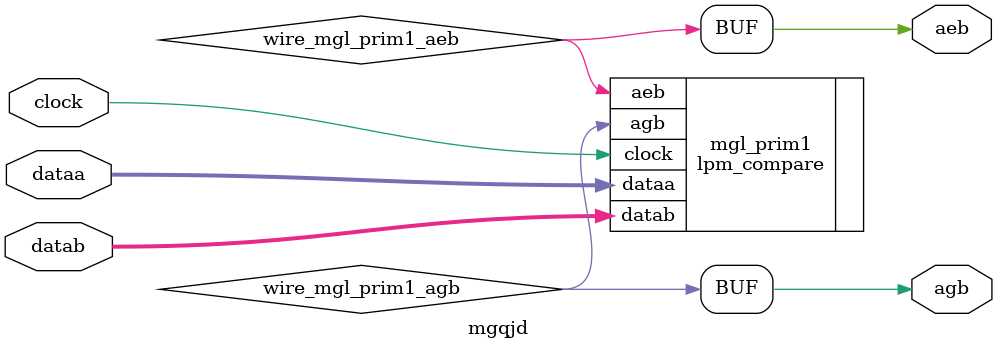
<source format=v>






//synthesis_resources = lpm_compare 1 
//synopsys translate_off
`timescale 1 ps / 1 ps
//synopsys translate_on
module  mgqjd
	( 
	aeb,
	agb,
	clock,
	dataa,
	datab) /* synthesis synthesis_clearbox=1 */;
	output   aeb;
	output   agb;
	input   clock;
	input   [15:0]  dataa;
	input   [15:0]  datab;

	wire  wire_mgl_prim1_aeb;
	wire  wire_mgl_prim1_agb;

	lpm_compare   mgl_prim1
	( 
	.aeb(wire_mgl_prim1_aeb),
	.agb(wire_mgl_prim1_agb),
	.clock(clock),
	.dataa(dataa),
	.datab(datab));
	defparam
		mgl_prim1.lpm_pipeline = 1,
		mgl_prim1.lpm_representation = "UNSIGNED",
		mgl_prim1.lpm_type = "LPM_COMPARE",
		mgl_prim1.lpm_width = 16;
	assign
		aeb = wire_mgl_prim1_aeb,
		agb = wire_mgl_prim1_agb;
endmodule //mgqjd
//VALID FILE

</source>
